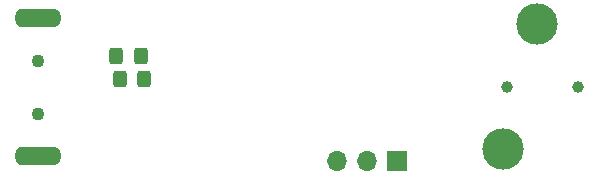
<source format=gbs>
%TF.GenerationSoftware,KiCad,Pcbnew,(5.99.0-7212-gef75ce9035)*%
%TF.CreationDate,2021-04-24T18:58:59-07:00*%
%TF.ProjectId,nikon_ctrl,6e696b6f-6e5f-4637-9472-6c2e6b696361,rev?*%
%TF.SameCoordinates,Original*%
%TF.FileFunction,Soldermask,Bot*%
%TF.FilePolarity,Negative*%
%FSLAX46Y46*%
G04 Gerber Fmt 4.6, Leading zero omitted, Abs format (unit mm)*
G04 Created by KiCad (PCBNEW (5.99.0-7212-gef75ce9035)) date 2021-04-24 18:58:59*
%MOMM*%
%LPD*%
G01*
G04 APERTURE LIST*
G04 Aperture macros list*
%AMRoundRect*
0 Rectangle with rounded corners*
0 $1 Rounding radius*
0 $2 $3 $4 $5 $6 $7 $8 $9 X,Y pos of 4 corners*
0 Add a 4 corners polygon primitive as box body*
4,1,4,$2,$3,$4,$5,$6,$7,$8,$9,$2,$3,0*
0 Add four circle primitives for the rounded corners*
1,1,$1+$1,$2,$3,0*
1,1,$1+$1,$4,$5,0*
1,1,$1+$1,$6,$7,0*
1,1,$1+$1,$8,$9,0*
0 Add four rect primitives between the rounded corners*
20,1,$1+$1,$2,$3,$4,$5,0*
20,1,$1+$1,$4,$5,$6,$7,0*
20,1,$1+$1,$6,$7,$8,$9,0*
20,1,$1+$1,$8,$9,$2,$3,0*%
G04 Aperture macros list end*
%ADD10O,1.700000X1.700000*%
%ADD11R,1.700000X1.700000*%
%ADD12C,1.100000*%
%ADD13O,4.000000X1.600000*%
%ADD14C,3.500000*%
%ADD15C,1.000000*%
%ADD16RoundRect,0.250000X-0.325000X-0.450000X0.325000X-0.450000X0.325000X0.450000X-0.325000X0.450000X0*%
G04 APERTURE END LIST*
D10*
%TO.C,J3*%
X141912340Y-114406680D03*
X144452340Y-114406680D03*
D11*
X146992340Y-114406680D03*
%TD*%
D12*
%TO.C,J1*%
X116624740Y-105926060D03*
X116624740Y-110426060D03*
D13*
X116624740Y-114026060D03*
X116624740Y-102326060D03*
%TD*%
D14*
%TO.C,H1*%
X158912560Y-102864920D03*
%TD*%
%TO.C,H2*%
X156044900Y-113398300D03*
%TD*%
D15*
%TO.C,J2*%
X162376860Y-108178600D03*
X156376860Y-108178600D03*
%TD*%
D16*
%TO.C,R9*%
X123582320Y-107502960D03*
X125632320Y-107502960D03*
%TD*%
%TO.C,R10*%
X123269900Y-105496360D03*
X125319900Y-105496360D03*
%TD*%
M02*

</source>
